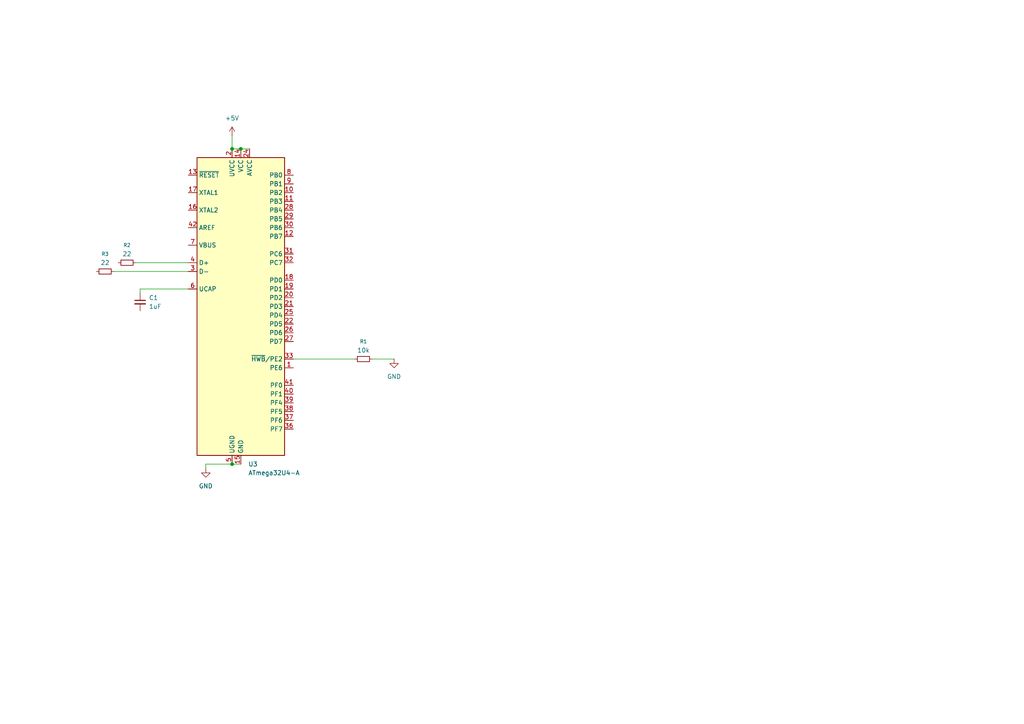
<source format=kicad_sch>
(kicad_sch (version 20250114) (generator "eeschema") (generator_version "9.0")
  (paper "A4")
  (lib_symbols
    (symbol "Device:C_Small" (pin_numbers (hide yes)) (pin_names (offset 0.254) (hide yes))
      (property "Reference" "C" (at 0.254 1.778 0))
      (property "Value" "C_Small" (at 0.254 -2.032 0))
      (symbol "C_Small_0_1"
        (polyline (pts (xy -1.524 0.508) (xy 1.524 0.508)) (stroke (width 0.3048)))
        (polyline (pts (xy -1.524 -0.508) (xy 1.524 -0.508)) (stroke (width 0.3302)))
      )
      (symbol "C_Small_1_1"
        (pin passive line (at 0 2.54 270) (length 2.032) (name "~") (number "1"))
        (pin passive line (at 0 -2.54 90) (length 2.032) (name "~") (number "2"))
      )
    )
    (symbol "Device:R_Small" (pin_numbers (hide yes)) (pin_names (offset 0.254) (hide yes))
      (property "Reference" "R" (at 0 0 90))
      (property "Value" "R_Small" (at 1.778 0 90))
      (symbol "R_Small_0_1"
        (rectangle (start -0.762 1.778) (end 0.762 -1.778) (stroke (width 0.2032)))
      )
      (symbol "R_Small_1_1"
        (pin passive line (at 0 2.54 270) (length 0.762) (name "~") (number "1"))
        (pin passive line (at 0 -2.54 90) (length 0.762) (name "~") (number "2"))
      )
    )
    (symbol "MCU_Microchip_ATmega:ATmega32U4-A"
      (property "Reference" "U" (at -12.7 44.45 0))
      (property "Value" "ATmega32U4-A" (at 2.54 -44.45 0))
      (symbol "ATmega32U4-A_0_1"
        (rectangle (start -12.7 -43.18) (end 12.7 43.18) (stroke (width 0.254)) (fill (type background)))
      )
      (symbol "ATmega32U4-A_1_1"
        (pin input line (at -15.24 38.1 0) (length 2.54) (name "~{RESET}") (number "13"))
        (pin input line (at -15.24 33.02 0) (length 2.54) (name "XTAL1") (number "17"))
        (pin output line (at -15.24 27.94 0) (length 2.54) (name "XTAL2") (number "16"))
        (pin passive line (at -15.24 22.86 0) (length 2.54) (name "AREF") (number "42"))
        (pin input line (at -15.24 17.78 0) (length 2.54) (name "VBUS") (number "7"))
        (pin bidirectional line (at -15.24 12.7 0) (length 2.54) (name "D+") (number "4"))
        (pin bidirectional line (at -15.24 10.16 0) (length 2.54) (name "D-") (number "3"))
        (pin passive line (at -15.24 5.08 0) (length 2.54) (name "UCAP") (number "6"))
        (pin power_in line (at -2.54 45.72 270) (length 2.54) (name "UVCC") (number "2"))
        (pin passive line (at -2.54 -45.72 90) (length 2.54) (name "UGND") (number "5"))
        (pin power_in line (at 0 45.72 270) (length 2.54) (name "VCC") (number "14"))
        (pin passive line (at 0 45.72 270) (length 2.54) (hide yes) (name "VCC") (number "34"))
        (pin power_in line (at 0 -45.72 90) (length 2.54) (name "GND") (number "15"))
        (pin passive line (at 0 -45.72 90) (length 2.54) (hide yes) (name "GND") (number "23"))
        (pin passive line (at 0 -45.72 90) (length 2.54) (hide yes) (name "GND") (number "35"))
        (pin passive line (at 0 -45.72 90) (length 2.54) (hide yes) (name "GND") (number "43"))
        (pin power_in line (at 2.54 45.72 270) (length 2.54) (name "AVCC") (number "24"))
        (pin passive line (at 2.54 45.72 270) (length 2.54) (hide yes) (name "AVCC") (number "44"))
        (pin bidirectional line (at 15.24 38.1 180) (length 2.54) (name "PB0") (number "8"))
        (pin bidirectional line (at 15.24 35.56 180) (length 2.54) (name "PB1") (number "9"))
        (pin bidirectional line (at 15.24 33.02 180) (length 2.54) (name "PB2") (number "10"))
        (pin bidirectional line (at 15.24 30.48 180) (length 2.54) (name "PB3") (number "11"))
        (pin bidirectional line (at 15.24 27.94 180) (length 2.54) (name "PB4") (number "28"))
        (pin bidirectional line (at 15.24 25.4 180) (length 2.54) (name "PB5") (number "29"))
        (pin bidirectional line (at 15.24 22.86 180) (length 2.54) (name "PB6") (number "30"))
        (pin bidirectional line (at 15.24 20.32 180) (length 2.54) (name "PB7") (number "12"))
        (pin bidirectional line (at 15.24 15.24 180) (length 2.54) (name "PC6") (number "31"))
        (pin bidirectional line (at 15.24 12.7 180) (length 2.54) (name "PC7") (number "32"))
        (pin bidirectional line (at 15.24 7.62 180) (length 2.54) (name "PD0") (number "18"))
        (pin bidirectional line (at 15.24 5.08 180) (length 2.54) (name "PD1") (number "19"))
        (pin bidirectional line (at 15.24 2.54 180) (length 2.54) (name "PD2") (number "20"))
        (pin bidirectional line (at 15.24 0 180) (length 2.54) (name "PD3") (number "21"))
        (pin bidirectional line (at 15.24 -2.54 180) (length 2.54) (name "PD4") (number "25"))
        (pin bidirectional line (at 15.24 -5.08 180) (length 2.54) (name "PD5") (number "22"))
        (pin bidirectional line (at 15.24 -7.62 180) (length 2.54) (name "PD6") (number "26"))
        (pin bidirectional line (at 15.24 -10.16 180) (length 2.54) (name "PD7") (number "27"))
        (pin bidirectional line (at 15.24 -15.24 180) (length 2.54) (name "~{HWB}/PE2") (number "33"))
        (pin bidirectional line (at 15.24 -17.78 180) (length 2.54) (name "PE6") (number "1"))
        (pin bidirectional line (at 15.24 -22.86 180) (length 2.54) (name "PF0") (number "41"))
        (pin bidirectional line (at 15.24 -25.4 180) (length 2.54) (name "PF1") (number "40"))
        (pin bidirectional line (at 15.24 -27.94 180) (length 2.54) (name "PF4") (number "39"))
        (pin bidirectional line (at 15.24 -30.48 180) (length 2.54) (name "PF5") (number "38"))
        (pin bidirectional line (at 15.24 -33.02 180) (length 2.54) (name "PF6") (number "37"))
        (pin bidirectional line (at 15.24 -35.56 180) (length 2.54) (name "PF7") (number "36"))
      )
    )
    (symbol "power:+5V" (power) (pin_numbers (hide yes)) (pin_names (offset 0) (hide yes))
      (property "Value" "+5V" (at 0 3.556 0))
      (symbol "+5V_0_1"
        (polyline (pts (xy -0.762 1.27) (xy 0 2.54)))
        (polyline (pts (xy 0 2.54) (xy 0.762 1.27)))
        (polyline (pts (xy 0 0) (xy 0 2.54)))
      )
      (symbol "+5V_1_1"
        (pin power_in line (at 0 0 90) (length 0) (name "~") (number "1"))
      )
    )
    (symbol "power:GND" (power) (pin_numbers (hide yes)) (pin_names (offset 0) (hide yes))
      (property "Value" "GND" (at 0 -3.81 0))
      (symbol "GND_0_1"
        (polyline (pts (xy 0 0) (xy 0 -1.27) (xy 1.27 -1.27) (xy 0 -2.54) (xy -1.27 -1.27) (xy 0 -1.27)))
      )
      (symbol "GND_1_1"
        (pin power_in line (at 0 0 270) (length 0) (name "~") (number "1"))
      )
    )
  )
  (junction (at 67.31 43.18))
  (junction (at 67.31 134.62))
  (junction (at 69.85 43.18))
  (wire (pts (xy 67.31 39.37) (xy 67.31 43.18)))
  (wire (pts (xy 59.69 135.89) (xy 59.69 134.62)))
  (wire (pts (xy 67.31 134.62) (xy 69.85 134.62)))
  (wire (pts (xy 69.85 43.18) (xy 72.39 43.18)))
  (wire (pts (xy 39.37 76.2) (xy 54.61 76.2)))
  (wire (pts (xy 40.64 83.82) (xy 54.61 83.82)))
  (wire (pts (xy 33.02 78.74) (xy 54.61 78.74)))
  (wire (pts (xy 40.64 85.09) (xy 40.64 83.82)))
  (wire (pts (xy 107.95 104.14) (xy 114.3 104.14)))
  (wire (pts (xy 59.69 134.62) (xy 67.31 134.62)))
  (wire (pts (xy 85.09 104.14) (xy 102.87 104.14)))
  (wire (pts (xy 67.31 43.18) (xy 69.85 43.18)))
  (symbol (lib_id "MCU_Microchip_ATmega:ATmega32U4-A") (at 69.85 88.9 0) (unit 1)
    (property "Reference" "U3" (at 71.9933 134.62 0) (effects (justify left)))
    (property "Value" "ATmega32U4-A" (at 71.9933 137.16 0) (effects (justify left)))
    (property "Footprint" "Package_QFP:TQFP-44_10x10mm_P0.8mm" (effects (hide yes)))
    (property "Datasheet" "http://ww1.microchip.com/downloads/en/DeviceDoc/Atmel-7766-8-bit-AVR-ATmega16U4-32U4_Datasheet.pdf" (effects (hide yes)))
    (property "Description" "16MHz, 32kB Flash, 2.5kB SRAM, 1kB EEPROM, USB 2.0, TQFP-44" (effects (hide yes)))
  )
  (symbol (lib_id "Device:R_Small") (at 105.41 104.14 90) (unit 1)
    (property "Reference" "R1" (at 105.41 99.06 90) (effects (font (size 1.016 1.016))))
    (property "Value" "10k" (at 105.41 101.6 90))
    (property "Description" "Resistor, small symbol" (effects (hide yes)))
  )
  (symbol (lib_id "power:GND") (at 114.3 104.14 0) (unit 1)
    (property "Reference" "#PWR03" (effects (hide yes)))
    (property "Value" "GND" (at 114.3 109.22 0))
    (property "Description" "Power symbol creates a global label with name \"GND\" , ground" (effects (hide yes)))
  )
  (symbol (lib_id "Device:R_Small") (at 36.83 76.2 90) (unit 1)
    (property "Reference" "R2" (at 36.83 71.12 90) (effects (font (size 1.016 1.016))))
    (property "Value" "22" (at 36.83 73.66 90))
    (property "Description" "Resistor, small symbol" (effects (hide yes)))
  )
  (symbol (lib_id "Device:C_Small") (at 40.64 87.63 0) (unit 1)
    (property "Reference" "C1" (at 43.18 86.3662 0) (effects (justify left)))
    (property "Value" "1uF" (at 43.18 88.9062 0) (effects (justify left)))
    (property "Description" "Unpolarized capacitor, small symbol" (effects (hide yes)))
  )
  (symbol (lib_id "power:GND") (at 59.69 135.89 0) (unit 1)
    (property "Reference" "#PWR02" (effects (hide yes)))
    (property "Value" "GND" (at 59.69 140.97 0))
    (property "Description" "Power symbol creates a global label with name \"GND\" , ground" (effects (hide yes)))
  )
  (symbol (lib_id "power:+5V") (at 67.31 39.37 0) (unit 1)
    (property "Reference" "#PWR01" (effects (hide yes)))
    (property "Value" "+5V" (at 67.31 34.29 0))
    (property "Description" "Power symbol creates a global label with name \"+5V\"" (effects (hide yes)))
  )
  (symbol (lib_id "Device:R_Small") (at 30.48 78.74 90) (unit 1)
    (property "Reference" "R3" (at 30.48 73.66 90) (effects (font (size 1.016 1.016))))
    (property "Value" "22" (at 30.48 76.2 90))
    (property "Description" "Resistor, small symbol" (effects (hide yes)))
  )
)
</source>
